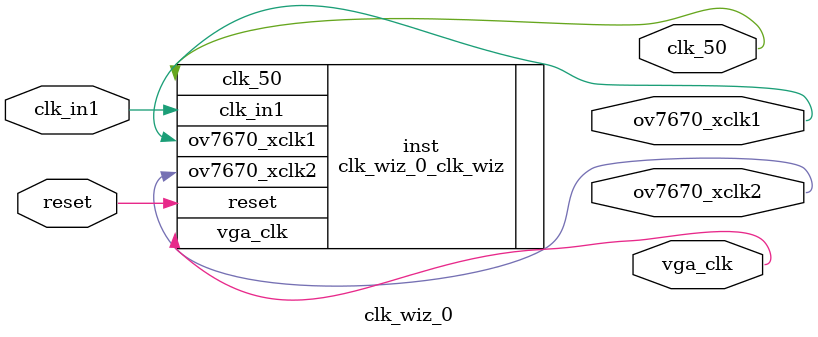
<source format=v>


`timescale 1ps/1ps

(* CORE_GENERATION_INFO = "clk_wiz_0,clk_wiz_v6_0_6_0_0,{component_name=clk_wiz_0,use_phase_alignment=true,use_min_o_jitter=false,use_max_i_jitter=false,use_dyn_phase_shift=false,use_inclk_switchover=false,use_dyn_reconfig=false,enable_axi=0,feedback_source=FDBK_AUTO,PRIMITIVE=MMCM,num_out_clk=4,clkin1_period=10.0,clkin2_period=10.0,use_power_down=false,use_reset=true,use_locked=false,use_inclk_stopped=false,feedback_type=SINGLE,CLOCK_MGR_TYPE=NA,manual_override=false}" *)

module clk_wiz_0 
 (
  // Clock out ports
  output        vga_clk,
  output        ov7670_xclk1,
  output        ov7670_xclk2,
  output        clk_50,
  // Status and control signals
  input         reset,
 // Clock in ports
  input         clk_in1
 );

  clk_wiz_0_clk_wiz inst
  (
  // Clock out ports  
  .vga_clk(vga_clk),
  .ov7670_xclk1(ov7670_xclk1),
  .ov7670_xclk2(ov7670_xclk2),
  .clk_50(clk_50),
  // Status and control signals               
  .reset(reset), 
 // Clock in ports
  .clk_in1(clk_in1)
  );

endmodule

</source>
